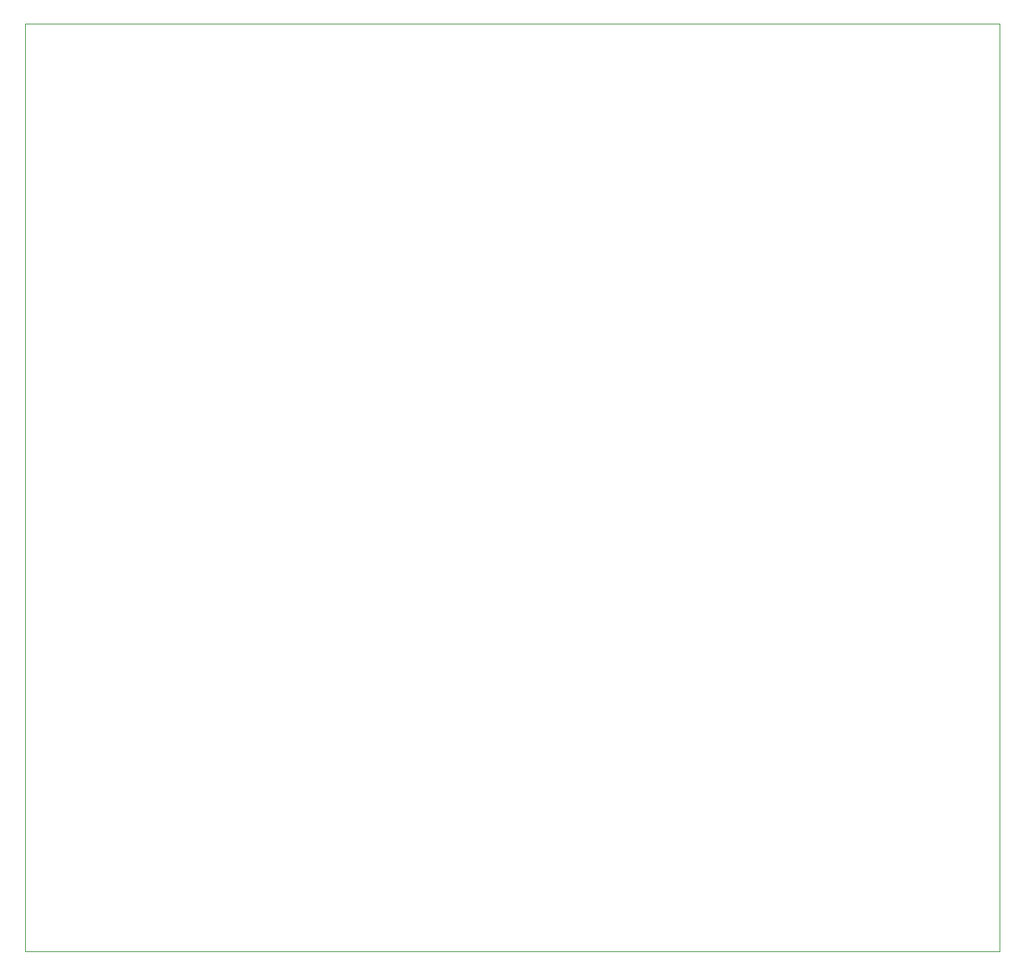
<source format=gbr>
%TF.GenerationSoftware,KiCad,Pcbnew,(6.0.0-0)*%
%TF.CreationDate,2022-02-02T01:00:53-05:00*%
%TF.ProjectId,Memory-Backplane,4d656d6f-7279-42d4-9261-636b706c616e,rev?*%
%TF.SameCoordinates,Original*%
%TF.FileFunction,Profile,NP*%
%FSLAX46Y46*%
G04 Gerber Fmt 4.6, Leading zero omitted, Abs format (unit mm)*
G04 Created by KiCad (PCBNEW (6.0.0-0)) date 2022-02-02 01:00:53*
%MOMM*%
%LPD*%
G01*
G04 APERTURE LIST*
%TA.AperFunction,Profile*%
%ADD10C,0.100000*%
%TD*%
G04 APERTURE END LIST*
D10*
X189472000Y-149708000D02*
X74532000Y-149708000D01*
X74532000Y-149708000D02*
X74532000Y-40228000D01*
X74532000Y-40228000D02*
X189472000Y-40228000D01*
X189472000Y-40228000D02*
X189472000Y-149708000D01*
M02*

</source>
